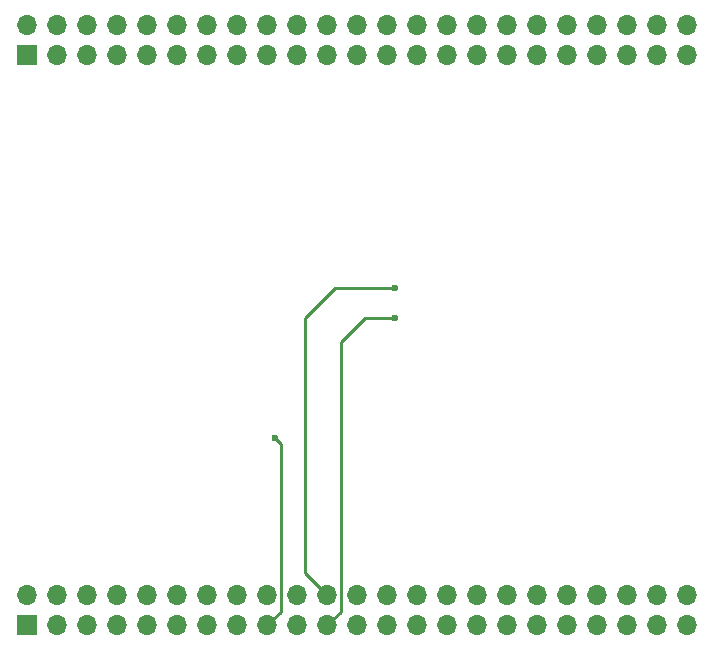
<source format=gbr>
%TF.GenerationSoftware,KiCad,Pcbnew,7.0.9*%
%TF.CreationDate,2024-01-04T22:09:18+01:00*%
%TF.ProjectId,BeaglebonePCBma_yC,42656167-6c65-4626-9f6e-655043426d61,rev?*%
%TF.SameCoordinates,Original*%
%TF.FileFunction,Copper,L2,Bot*%
%TF.FilePolarity,Positive*%
%FSLAX46Y46*%
G04 Gerber Fmt 4.6, Leading zero omitted, Abs format (unit mm)*
G04 Created by KiCad (PCBNEW 7.0.9) date 2024-01-04 22:09:18*
%MOMM*%
%LPD*%
G01*
G04 APERTURE LIST*
%TA.AperFunction,ComponentPad*%
%ADD10R,1.700000X1.700000*%
%TD*%
%TA.AperFunction,ComponentPad*%
%ADD11O,1.700000X1.700000*%
%TD*%
%TA.AperFunction,ViaPad*%
%ADD12C,0.600000*%
%TD*%
%TA.AperFunction,Conductor*%
%ADD13C,0.250000*%
%TD*%
G04 APERTURE END LIST*
D10*
%TO.P,P8,1,Pin_1*%
%TO.N,GNDD*%
X119685000Y-49835000D03*
D11*
%TO.P,P8,2,Pin_2*%
X119685000Y-47295000D03*
%TO.P,P8,3,Pin_3*%
%TO.N,/MMC1.DAT6*%
X122225000Y-49835000D03*
%TO.P,P8,4,Pin_4*%
%TO.N,/MMC1.DAT7*%
X122225000Y-47295000D03*
%TO.P,P8,5,Pin_5*%
%TO.N,/MMC1.DAT2*%
X124765000Y-49835000D03*
%TO.P,P8,6,Pin_6*%
%TO.N,/MMC1.DAT3*%
X124765000Y-47295000D03*
%TO.P,P8,7,Pin_7*%
%TO.N,/GPIO66*%
X127305000Y-49835000D03*
%TO.P,P8,8,Pin_8*%
%TO.N,/GPIO67*%
X127305000Y-47295000D03*
%TO.P,P8,9,Pin_9*%
%TO.N,/GPIO69*%
X129845000Y-49835000D03*
%TO.P,P8,10,Pin_10*%
%TO.N,/GPIO68*%
X129845000Y-47295000D03*
%TO.P,P8,11,Pin_11*%
%TO.N,/GPIO45*%
X132385000Y-49835000D03*
%TO.P,P8,12,Pin_12*%
%TO.N,/GPIO44*%
X132385000Y-47295000D03*
%TO.P,P8,13,Pin_13*%
%TO.N,/GPIO23*%
X134925000Y-49835000D03*
%TO.P,P8,14,Pin_14*%
%TO.N,/GPIO26*%
X134925000Y-47295000D03*
%TO.P,P8,15,Pin_15*%
%TO.N,/GPIO47*%
X137465000Y-49835000D03*
%TO.P,P8,16,Pin_16*%
%TO.N,/GPIO46*%
X137465000Y-47295000D03*
%TO.P,P8,17,Pin_17*%
%TO.N,/GPIO27*%
X140005000Y-49835000D03*
%TO.P,P8,18,Pin_18*%
%TO.N,/GPIO65*%
X140005000Y-47295000D03*
%TO.P,P8,19,Pin_19*%
%TO.N,/GPIO22*%
X142545000Y-49835000D03*
%TO.P,P8,20,Pin_20*%
%TO.N,/MMC1.CMD*%
X142545000Y-47295000D03*
%TO.P,P8,21,Pin_21*%
%TO.N,/MMC1.CLK*%
X145085000Y-49835000D03*
%TO.P,P8,22,Pin_22*%
%TO.N,/MMC1.DAT5*%
X145085000Y-47295000D03*
%TO.P,P8,23,Pin_23*%
%TO.N,/MMC1.DAT4*%
X147625000Y-49835000D03*
%TO.P,P8,24,Pin_24*%
%TO.N,/MMC1.DAT1*%
X147625000Y-47295000D03*
%TO.P,P8,25,Pin_25*%
%TO.N,/MMC1.DAT0*%
X150165000Y-49835000D03*
%TO.P,P8,26,Pin_26*%
%TO.N,/LCD.PCLK*%
X150165000Y-47295000D03*
%TO.P,P8,27,Pin_27*%
%TO.N,/LCD.VSYNC*%
X152705000Y-49835000D03*
%TO.P,P8,28,Pin_28*%
%TO.N,/GPIO61*%
X152705000Y-47295000D03*
%TO.P,P8,29,Pin_29*%
%TO.N,/LCD.HSYNC*%
X155245000Y-49835000D03*
%TO.P,P8,30,Pin_30*%
%TO.N,/LCD.AC_BIAS_E*%
X155245000Y-47295000D03*
%TO.P,P8,31,Pin_31*%
%TO.N,/LCD.DATA14*%
X157785000Y-49835000D03*
%TO.P,P8,32,Pin_32*%
%TO.N,/LCD.DATA15*%
X157785000Y-47295000D03*
%TO.P,P8,33,Pin_33*%
%TO.N,/LCD.DATA13*%
X160325000Y-49835000D03*
%TO.P,P8,34,Pin_34*%
%TO.N,/LCD.DATA11*%
X160325000Y-47295000D03*
%TO.P,P8,35,Pin_35*%
%TO.N,/LCD.DATA8*%
X162865000Y-49835000D03*
%TO.P,P8,36,Pin_36*%
%TO.N,/LCD.DATA10*%
X162865000Y-47295000D03*
%TO.P,P8,37,Pin_37*%
%TO.N,/LCD.DATA6*%
X165405000Y-49835000D03*
%TO.P,P8,38,Pin_38*%
%TO.N,/LCD.DATA9*%
X165405000Y-47295000D03*
%TO.P,P8,39,Pin_39*%
%TO.N,/LCD.DATA4*%
X167945000Y-49835000D03*
%TO.P,P8,40,Pin_40*%
%TO.N,/LCD.DATA7*%
X167945000Y-47295000D03*
%TO.P,P8,41,Pin_41*%
%TO.N,/LCD.DATA2*%
X170485000Y-49835000D03*
%TO.P,P8,42,Pin_42*%
%TO.N,/LCD.DATA5*%
X170485000Y-47295000D03*
%TO.P,P8,43,Pin_43*%
%TO.N,/LCD.DATA0*%
X173025000Y-49835000D03*
%TO.P,P8,44,Pin_44*%
%TO.N,/LCD.DATA3*%
X173025000Y-47295000D03*
%TO.P,P8,45,Pin_45*%
%TO.N,GNDD*%
X175565000Y-49835000D03*
%TO.P,P8,46,Pin_46*%
%TO.N,/LCD.DATA1*%
X175565000Y-47295000D03*
%TD*%
D10*
%TO.P,P9,1,Pin_1*%
%TO.N,GNDD*%
X119685000Y-98095000D03*
D11*
%TO.P,P9,2,Pin_2*%
X119685000Y-95555000D03*
%TO.P,P9,3,Pin_3*%
%TO.N,+3V3*%
X122225000Y-98095000D03*
%TO.P,P9,4,Pin_4*%
X122225000Y-95555000D03*
%TO.P,P9,5,Pin_5*%
%TO.N,+5V*%
X124765000Y-98095000D03*
%TO.P,P9,6,Pin_6*%
X124765000Y-95555000D03*
%TO.P,P9,7,Pin_7*%
%TO.N,VBUS*%
X127305000Y-98095000D03*
%TO.P,P9,8,Pin_8*%
X127305000Y-95555000D03*
%TO.P,P9,9,Pin_9*%
%TO.N,/PWR_BUT*%
X129845000Y-98095000D03*
%TO.P,P9,10,Pin_10*%
%TO.N,/~{SYS_RESET}*%
X129845000Y-95555000D03*
%TO.P,P9,11,Pin_11*%
%TO.N,/GPIO30*%
X132385000Y-98095000D03*
%TO.P,P9,12,Pin_12*%
%TO.N,/GPIO60*%
X132385000Y-95555000D03*
%TO.P,P9,13,Pin_13*%
%TO.N,/GPIO31*%
X134925000Y-98095000D03*
%TO.P,P9,14,Pin_14*%
%TO.N,/GPIO40*%
X134925000Y-95555000D03*
%TO.P,P9,15,Pin_15*%
%TO.N,/GPIO48*%
X137465000Y-98095000D03*
%TO.P,P9,16,Pin_16*%
%TO.N,/GPIO51*%
X137465000Y-95555000D03*
%TO.P,P9,17,Pin_17*%
%TO.N,/GPIO4*%
X140005000Y-98095000D03*
%TO.P,P9,18,Pin_18*%
%TO.N,/GPIO5*%
X140005000Y-95555000D03*
%TO.P,P9,19,Pin_19*%
%TO.N,/I2C2.SCL*%
X142545000Y-98095000D03*
%TO.P,P9,20,Pin_20*%
%TO.N,/I2C2.SDA*%
X142545000Y-95555000D03*
%TO.P,P9,21,Pin_21*%
%TO.N,/GPIO3*%
X145085000Y-98095000D03*
%TO.P,P9,22,Pin_22*%
%TO.N,/GPIO2*%
X145085000Y-95555000D03*
%TO.P,P9,23,Pin_23*%
%TO.N,/GPIO49*%
X147625000Y-98095000D03*
%TO.P,P9,24,Pin_24*%
%TO.N,/GPIO15*%
X147625000Y-95555000D03*
%TO.P,P9,25,Pin_25*%
%TO.N,/GPIO117*%
X150165000Y-98095000D03*
%TO.P,P9,26,Pin_26*%
%TO.N,/GPIO14*%
X150165000Y-95555000D03*
%TO.P,P9,27,Pin_27*%
%TO.N,/GPIO125*%
X152705000Y-98095000D03*
%TO.P,P9,28,Pin_28*%
%TO.N,/SPI1.CS0*%
X152705000Y-95555000D03*
%TO.P,P9,29,Pin_29*%
%TO.N,/SPI1.D0*%
X155245000Y-98095000D03*
%TO.P,P9,30,Pin_30*%
%TO.N,/GPIO122*%
X155245000Y-95555000D03*
%TO.P,P9,31,Pin_31*%
%TO.N,/SPI1.SCLK*%
X157785000Y-98095000D03*
%TO.P,P9,32,Pin_32*%
%TO.N,+1V8*%
X157785000Y-95555000D03*
%TO.P,P9,33,Pin_33*%
%TO.N,/AIN4*%
X160325000Y-98095000D03*
%TO.P,P9,34,Pin_34*%
%TO.N,GNDA*%
X160325000Y-95555000D03*
%TO.P,P9,35,Pin_35*%
%TO.N,/AIN6*%
X162865000Y-98095000D03*
%TO.P,P9,36,Pin_36*%
%TO.N,/AIN5*%
X162865000Y-95555000D03*
%TO.P,P9,37,Pin_37*%
%TO.N,/AIN2*%
X165405000Y-98095000D03*
%TO.P,P9,38,Pin_38*%
%TO.N,/AIN3*%
X165405000Y-95555000D03*
%TO.P,P9,39,Pin_39*%
%TO.N,/AIN0*%
X167945000Y-98095000D03*
%TO.P,P9,40,Pin_40*%
%TO.N,/AIN1*%
X167945000Y-95555000D03*
%TO.P,P9,41,Pin_41*%
%TO.N,/GPIO20*%
X170485000Y-98095000D03*
%TO.P,P9,42,Pin_42*%
%TO.N,/GPIO7*%
X170485000Y-95555000D03*
%TO.P,P9,43,Pin_43*%
%TO.N,GNDD*%
X173025000Y-98095000D03*
%TO.P,P9,44,Pin_44*%
X173025000Y-95555000D03*
%TO.P,P9,45,Pin_45*%
X175565000Y-98095000D03*
%TO.P,P9,46,Pin_46*%
X175565000Y-95555000D03*
%TD*%
D12*
%TO.N,/GPIO2*%
X150800000Y-69520000D03*
%TO.N,/GPIO3*%
X150800000Y-72060000D03*
%TO.N,/GPIO4*%
X140640000Y-82220000D03*
%TD*%
D13*
%TO.N,/GPIO2*%
X143180000Y-93650000D02*
X145085000Y-95555000D01*
X145720000Y-69520000D02*
X143180000Y-72060000D01*
X150800000Y-69520000D02*
X145720000Y-69520000D01*
X143180000Y-72060000D02*
X143180000Y-93650000D01*
%TO.N,/GPIO3*%
X146260000Y-96920000D02*
X145085000Y-98095000D01*
X146260000Y-74060000D02*
X146260000Y-96920000D01*
X148260000Y-72060000D02*
X146260000Y-74060000D01*
X150800000Y-72060000D02*
X148260000Y-72060000D01*
%TO.N,/GPIO4*%
X141180000Y-96920000D02*
X140005000Y-98095000D01*
X140640000Y-82220000D02*
X141180000Y-82760000D01*
X141180000Y-82760000D02*
X141180000Y-96920000D01*
%TD*%
M02*

</source>
